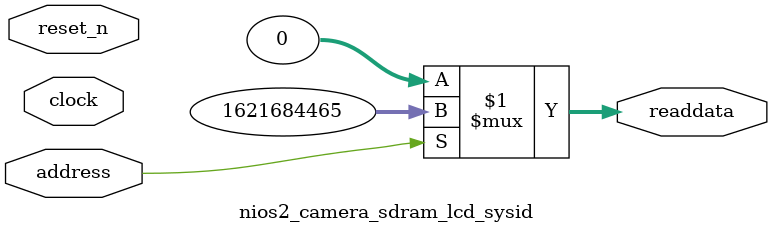
<source format=v>

`timescale 1ns / 1ps
// synthesis translate_on

// turn off superfluous verilog processor warnings 
// altera message_level Level1 
// altera message_off 10034 10035 10036 10037 10230 10240 10030 

module nios2_camera_sdram_lcd_sysid (
               // inputs:
                address,
                clock,
                reset_n,

               // outputs:
                readdata
             )
;

  output  [ 31: 0] readdata;
  input            address;
  input            clock;
  input            reset_n;

  wire    [ 31: 0] readdata;
  //control_slave, which is an e_avalon_slave
  assign readdata = address ? 1621684465 : 0;

endmodule




</source>
